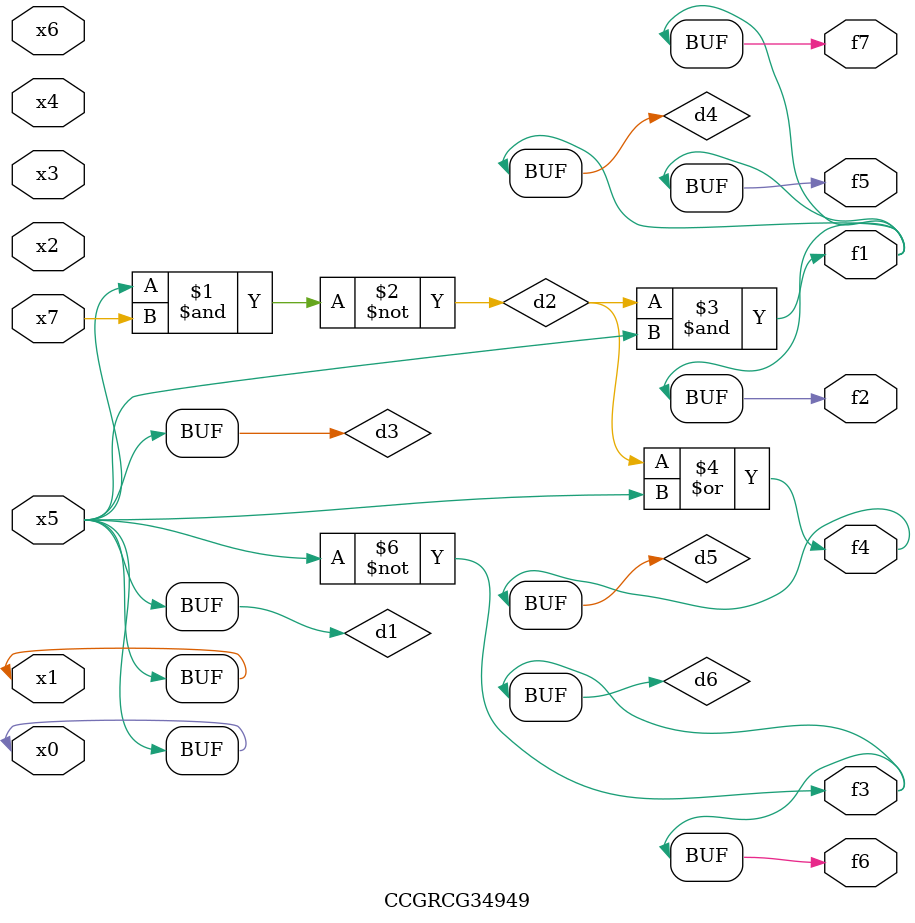
<source format=v>
module CCGRCG34949(
	input x0, x1, x2, x3, x4, x5, x6, x7,
	output f1, f2, f3, f4, f5, f6, f7
);

	wire d1, d2, d3, d4, d5, d6;

	buf (d1, x0, x5);
	nand (d2, x5, x7);
	buf (d3, x0, x1);
	and (d4, d2, d3);
	or (d5, d2, d3);
	nor (d6, d1, d3);
	assign f1 = d4;
	assign f2 = d4;
	assign f3 = d6;
	assign f4 = d5;
	assign f5 = d4;
	assign f6 = d6;
	assign f7 = d4;
endmodule

</source>
